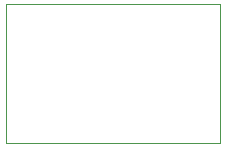
<source format=gbr>
%FSLAX34Y34*%
%MOMM*%
%LNOUTLINE*%
G71*
G01*
%ADD10C,0.100*%
%LPD*%
G54D10*
X961Y998862D02*
X181836Y998862D01*
X181836Y881558D01*
X961Y881558D01*
X961Y998862D01*
M02*

</source>
